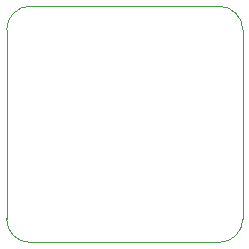
<source format=gbr>
%TF.GenerationSoftware,KiCad,Pcbnew,7.0.6*%
%TF.CreationDate,2023-08-27T19:49:05-04:00*%
%TF.ProjectId,miniclick,6d696e69-636c-4696-936b-2e6b69636164,rev?*%
%TF.SameCoordinates,Original*%
%TF.FileFunction,Profile,NP*%
%FSLAX46Y46*%
G04 Gerber Fmt 4.6, Leading zero omitted, Abs format (unit mm)*
G04 Created by KiCad (PCBNEW 7.0.6) date 2023-08-27 19:49:05*
%MOMM*%
%LPD*%
G01*
G04 APERTURE LIST*
%TA.AperFunction,Profile*%
%ADD10C,0.100000*%
%TD*%
G04 APERTURE END LIST*
D10*
X156000000Y-107000000D02*
G75*
G03*
X158000000Y-105000000I0J2000000D01*
G01*
X158000000Y-89000000D02*
X158000000Y-105000000D01*
X155000000Y-87000000D02*
X156000000Y-87000000D01*
X140000000Y-87000000D02*
G75*
G03*
X138000000Y-89000000I0J-2000000D01*
G01*
X158000000Y-89000000D02*
G75*
G03*
X156000000Y-87000000I-2000000J0D01*
G01*
X138000000Y-105000000D02*
X138000000Y-89000000D01*
X155000000Y-87000000D02*
X140000000Y-87000000D01*
X138000000Y-105000000D02*
G75*
G03*
X140000000Y-107000000I2000000J0D01*
G01*
X156000000Y-107000000D02*
X140000000Y-107000000D01*
M02*

</source>
